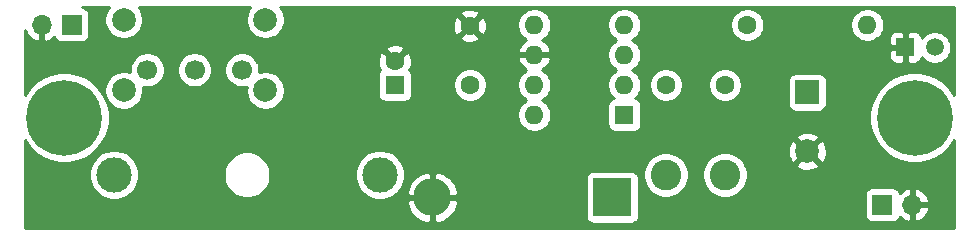
<source format=gbl>
G04 #@! TF.GenerationSoftware,KiCad,Pcbnew,(5.1.5)-2*
G04 #@! TF.CreationDate,2020-02-20T00:29:19+01:00*
G04 #@! TF.ProjectId,DC,44432e6b-6963-4616-945f-706362585858,V1.0*
G04 #@! TF.SameCoordinates,PXe4e1c0PY2160ec0*
G04 #@! TF.FileFunction,Copper,L2,Bot*
G04 #@! TF.FilePolarity,Positive*
%FSLAX46Y46*%
G04 Gerber Fmt 4.6, Leading zero omitted, Abs format (unit mm)*
G04 Created by KiCad (PCBNEW (5.1.5)-2) date 2020-02-20 00:29:19*
%MOMM*%
%LPD*%
G04 APERTURE LIST*
%ADD10C,6.400000*%
%ADD11C,1.500000*%
%ADD12R,1.500000X1.500000*%
%ADD13O,1.600000X1.600000*%
%ADD14R,1.600000X1.600000*%
%ADD15C,1.700000*%
%ADD16C,2.000000*%
%ADD17C,1.600000*%
%ADD18C,2.600000*%
%ADD19O,1.700000X1.700000*%
%ADD20R,1.700000X1.700000*%
%ADD21C,3.000000*%
%ADD22O,3.200000X3.200000*%
%ADD23R,3.200000X3.200000*%
%ADD24R,2.000000X2.000000*%
%ADD25C,0.254000*%
G04 APERTURE END LIST*
D10*
X76000000Y10000000D03*
X4000000Y10000000D03*
D11*
X77710000Y15950000D03*
D12*
X75210000Y15950000D03*
D13*
X43801000Y10235000D03*
X51421000Y17855000D03*
X43801000Y12775000D03*
X51421000Y15315000D03*
X43801000Y15315000D03*
X51421000Y12775000D03*
X43801000Y17855000D03*
D14*
X51421000Y10235000D03*
D15*
X11035000Y14045000D03*
X15035000Y14045000D03*
X19035000Y14045000D03*
D16*
X21035000Y18295000D03*
X9035000Y18295000D03*
X9035000Y12295000D03*
X21035000Y12295000D03*
D13*
X71995000Y17855000D03*
D17*
X61835000Y17855000D03*
D18*
X59930000Y5155000D03*
X54930000Y5155000D03*
D19*
X75805000Y2615000D03*
D20*
X73265000Y2615000D03*
D19*
X2081500Y17855000D03*
D20*
X4621500Y17855000D03*
D21*
X8220000Y5155000D03*
X30720000Y5155000D03*
D22*
X35165000Y3250000D03*
D23*
X50405000Y3250000D03*
D16*
X66915000Y7140000D03*
D24*
X66915000Y12140000D03*
D17*
X54930000Y12775000D03*
X59930000Y12775000D03*
X38340000Y17775000D03*
X38340000Y12775000D03*
X31990000Y14775000D03*
D14*
X31990000Y12775000D03*
D25*
G36*
X7765013Y19337252D02*
G01*
X7586082Y19069463D01*
X7462832Y18771912D01*
X7400000Y18456033D01*
X7400000Y18133967D01*
X7462832Y17818088D01*
X7586082Y17520537D01*
X7765013Y17252748D01*
X7992748Y17025013D01*
X8260537Y16846082D01*
X8558088Y16722832D01*
X8873967Y16660000D01*
X9196033Y16660000D01*
X9511912Y16722832D01*
X9809463Y16846082D01*
X10077252Y17025013D01*
X10304987Y17252748D01*
X10483918Y17520537D01*
X10607168Y17818088D01*
X10670000Y18133967D01*
X10670000Y18456033D01*
X10607168Y18771912D01*
X10483918Y19069463D01*
X10304987Y19337252D01*
X10302239Y19340000D01*
X19767761Y19340000D01*
X19765013Y19337252D01*
X19586082Y19069463D01*
X19462832Y18771912D01*
X19400000Y18456033D01*
X19400000Y18133967D01*
X19462832Y17818088D01*
X19586082Y17520537D01*
X19765013Y17252748D01*
X19992748Y17025013D01*
X20260537Y16846082D01*
X20558088Y16722832D01*
X20873967Y16660000D01*
X21196033Y16660000D01*
X21511912Y16722832D01*
X21655475Y16782298D01*
X37526903Y16782298D01*
X37598486Y16538329D01*
X37853996Y16417429D01*
X38128184Y16348700D01*
X38410512Y16334783D01*
X38690130Y16376213D01*
X38956292Y16471397D01*
X39081514Y16538329D01*
X39153097Y16782298D01*
X38340000Y17595395D01*
X37526903Y16782298D01*
X21655475Y16782298D01*
X21809463Y16846082D01*
X22077252Y17025013D01*
X22304987Y17252748D01*
X22483918Y17520537D01*
X22560113Y17704488D01*
X36899783Y17704488D01*
X36941213Y17424870D01*
X37036397Y17158708D01*
X37103329Y17033486D01*
X37347298Y16961903D01*
X38160395Y17775000D01*
X38519605Y17775000D01*
X39332702Y16961903D01*
X39576671Y17033486D01*
X39697571Y17288996D01*
X39766300Y17563184D01*
X39780217Y17845512D01*
X39757871Y17996335D01*
X42366000Y17996335D01*
X42366000Y17713665D01*
X42421147Y17436426D01*
X42529320Y17175273D01*
X42686363Y16940241D01*
X42886241Y16740363D01*
X43121273Y16583320D01*
X43131865Y16578933D01*
X42945869Y16467385D01*
X42737481Y16278414D01*
X42569963Y16052420D01*
X42449754Y15798087D01*
X42409096Y15664039D01*
X42531085Y15442000D01*
X43674000Y15442000D01*
X43674000Y15462000D01*
X43928000Y15462000D01*
X43928000Y15442000D01*
X45070915Y15442000D01*
X45192904Y15664039D01*
X45152246Y15798087D01*
X45032037Y16052420D01*
X44864519Y16278414D01*
X44656131Y16467385D01*
X44470135Y16578933D01*
X44480727Y16583320D01*
X44715759Y16740363D01*
X44915637Y16940241D01*
X45072680Y17175273D01*
X45180853Y17436426D01*
X45236000Y17713665D01*
X45236000Y17996335D01*
X45180853Y18273574D01*
X45072680Y18534727D01*
X44915637Y18769759D01*
X44715759Y18969637D01*
X44480727Y19126680D01*
X44219574Y19234853D01*
X43942335Y19290000D01*
X43659665Y19290000D01*
X43382426Y19234853D01*
X43121273Y19126680D01*
X42886241Y18969637D01*
X42686363Y18769759D01*
X42529320Y18534727D01*
X42421147Y18273574D01*
X42366000Y17996335D01*
X39757871Y17996335D01*
X39738787Y18125130D01*
X39643603Y18391292D01*
X39576671Y18516514D01*
X39332702Y18588097D01*
X38519605Y17775000D01*
X38160395Y17775000D01*
X37347298Y18588097D01*
X37103329Y18516514D01*
X36982429Y18261004D01*
X36913700Y17986816D01*
X36899783Y17704488D01*
X22560113Y17704488D01*
X22607168Y17818088D01*
X22670000Y18133967D01*
X22670000Y18456033D01*
X22608006Y18767702D01*
X37526903Y18767702D01*
X38340000Y17954605D01*
X39153097Y18767702D01*
X39081514Y19011671D01*
X38826004Y19132571D01*
X38551816Y19201300D01*
X38269488Y19215217D01*
X37989870Y19173787D01*
X37723708Y19078603D01*
X37598486Y19011671D01*
X37526903Y18767702D01*
X22608006Y18767702D01*
X22607168Y18771912D01*
X22483918Y19069463D01*
X22304987Y19337252D01*
X22302239Y19340000D01*
X79340000Y19340000D01*
X79340000Y11904154D01*
X78978839Y12444670D01*
X78444670Y12978839D01*
X77816554Y13398533D01*
X77118628Y13687623D01*
X76377715Y13835000D01*
X75622285Y13835000D01*
X74881372Y13687623D01*
X74183446Y13398533D01*
X73555330Y12978839D01*
X73021161Y12444670D01*
X72601467Y11816554D01*
X72312377Y11118628D01*
X72165000Y10377715D01*
X72165000Y9622285D01*
X72312377Y8881372D01*
X72601467Y8183446D01*
X73021161Y7555330D01*
X73555330Y7021161D01*
X74183446Y6601467D01*
X74881372Y6312377D01*
X75622285Y6165000D01*
X76377715Y6165000D01*
X77118628Y6312377D01*
X77816554Y6601467D01*
X78444670Y7021161D01*
X78978839Y7555330D01*
X79340001Y8095846D01*
X79340001Y660000D01*
X660000Y660000D01*
X660000Y2775497D01*
X32980950Y2775497D01*
X33085407Y2431139D01*
X33285118Y2041165D01*
X33557071Y1697646D01*
X33890816Y1413783D01*
X34273527Y1200484D01*
X34690497Y1065947D01*
X35038000Y1177358D01*
X35038000Y3123000D01*
X35292000Y3123000D01*
X35292000Y1177358D01*
X35639503Y1065947D01*
X36056473Y1200484D01*
X36439184Y1413783D01*
X36772929Y1697646D01*
X37044882Y2041165D01*
X37244593Y2431139D01*
X37349050Y2775497D01*
X37237362Y3123000D01*
X35292000Y3123000D01*
X35038000Y3123000D01*
X33092638Y3123000D01*
X32980950Y2775497D01*
X660000Y2775497D01*
X660000Y5365279D01*
X6085000Y5365279D01*
X6085000Y4944721D01*
X6167047Y4532244D01*
X6327988Y4143698D01*
X6561637Y3794017D01*
X6859017Y3496637D01*
X7208698Y3262988D01*
X7597244Y3102047D01*
X8009721Y3020000D01*
X8430279Y3020000D01*
X8842756Y3102047D01*
X9231302Y3262988D01*
X9580983Y3496637D01*
X9878363Y3794017D01*
X10112012Y4143698D01*
X10272953Y4532244D01*
X10355000Y4944721D01*
X10355000Y5350505D01*
X17485000Y5350505D01*
X17485000Y4959495D01*
X17561282Y4575997D01*
X17710915Y4214750D01*
X17928149Y3889636D01*
X18204636Y3613149D01*
X18529750Y3395915D01*
X18890997Y3246282D01*
X19274495Y3170000D01*
X19665505Y3170000D01*
X20049003Y3246282D01*
X20410250Y3395915D01*
X20735364Y3613149D01*
X21011851Y3889636D01*
X21229085Y4214750D01*
X21378718Y4575997D01*
X21455000Y4959495D01*
X21455000Y5350505D01*
X21452062Y5365279D01*
X28585000Y5365279D01*
X28585000Y4944721D01*
X28667047Y4532244D01*
X28827988Y4143698D01*
X29061637Y3794017D01*
X29359017Y3496637D01*
X29708698Y3262988D01*
X30097244Y3102047D01*
X30509721Y3020000D01*
X30930279Y3020000D01*
X31342756Y3102047D01*
X31731302Y3262988D01*
X32080983Y3496637D01*
X32308849Y3724503D01*
X32980950Y3724503D01*
X33092638Y3377000D01*
X35038000Y3377000D01*
X35038000Y5322642D01*
X35292000Y5322642D01*
X35292000Y3377000D01*
X37237362Y3377000D01*
X37349050Y3724503D01*
X37244593Y4068861D01*
X37044882Y4458835D01*
X36772929Y4802354D01*
X36716911Y4850000D01*
X48166928Y4850000D01*
X48166928Y1650000D01*
X48179188Y1525518D01*
X48215498Y1405820D01*
X48274463Y1295506D01*
X48353815Y1198815D01*
X48450506Y1119463D01*
X48560820Y1060498D01*
X48680518Y1024188D01*
X48805000Y1011928D01*
X52005000Y1011928D01*
X52129482Y1024188D01*
X52249180Y1060498D01*
X52359494Y1119463D01*
X52456185Y1198815D01*
X52535537Y1295506D01*
X52594502Y1405820D01*
X52630812Y1525518D01*
X52643072Y1650000D01*
X52643072Y4850000D01*
X52630812Y4974482D01*
X52594502Y5094180D01*
X52535537Y5204494D01*
X52456185Y5301185D01*
X52402089Y5345581D01*
X52995000Y5345581D01*
X52995000Y4964419D01*
X53069361Y4590581D01*
X53215225Y4238434D01*
X53426987Y3921509D01*
X53696509Y3651987D01*
X54013434Y3440225D01*
X54365581Y3294361D01*
X54739419Y3220000D01*
X55120581Y3220000D01*
X55494419Y3294361D01*
X55846566Y3440225D01*
X56163491Y3651987D01*
X56433013Y3921509D01*
X56644775Y4238434D01*
X56790639Y4590581D01*
X56865000Y4964419D01*
X56865000Y5345581D01*
X57995000Y5345581D01*
X57995000Y4964419D01*
X58069361Y4590581D01*
X58215225Y4238434D01*
X58426987Y3921509D01*
X58696509Y3651987D01*
X59013434Y3440225D01*
X59365581Y3294361D01*
X59739419Y3220000D01*
X60120581Y3220000D01*
X60494419Y3294361D01*
X60846566Y3440225D01*
X60883644Y3465000D01*
X71776928Y3465000D01*
X71776928Y1765000D01*
X71789188Y1640518D01*
X71825498Y1520820D01*
X71884463Y1410506D01*
X71963815Y1313815D01*
X72060506Y1234463D01*
X72170820Y1175498D01*
X72290518Y1139188D01*
X72415000Y1126928D01*
X74115000Y1126928D01*
X74239482Y1139188D01*
X74359180Y1175498D01*
X74469494Y1234463D01*
X74566185Y1313815D01*
X74645537Y1410506D01*
X74704502Y1520820D01*
X74728966Y1601466D01*
X74804731Y1517412D01*
X75038080Y1343359D01*
X75300901Y1218175D01*
X75448110Y1173524D01*
X75678000Y1294845D01*
X75678000Y2488000D01*
X75932000Y2488000D01*
X75932000Y1294845D01*
X76161890Y1173524D01*
X76309099Y1218175D01*
X76571920Y1343359D01*
X76805269Y1517412D01*
X77000178Y1733645D01*
X77149157Y1983748D01*
X77246481Y2258109D01*
X77125814Y2488000D01*
X75932000Y2488000D01*
X75678000Y2488000D01*
X75658000Y2488000D01*
X75658000Y2742000D01*
X75678000Y2742000D01*
X75678000Y3935155D01*
X75932000Y3935155D01*
X75932000Y2742000D01*
X77125814Y2742000D01*
X77246481Y2971891D01*
X77149157Y3246252D01*
X77000178Y3496355D01*
X76805269Y3712588D01*
X76571920Y3886641D01*
X76309099Y4011825D01*
X76161890Y4056476D01*
X75932000Y3935155D01*
X75678000Y3935155D01*
X75448110Y4056476D01*
X75300901Y4011825D01*
X75038080Y3886641D01*
X74804731Y3712588D01*
X74728966Y3628534D01*
X74704502Y3709180D01*
X74645537Y3819494D01*
X74566185Y3916185D01*
X74469494Y3995537D01*
X74359180Y4054502D01*
X74239482Y4090812D01*
X74115000Y4103072D01*
X72415000Y4103072D01*
X72290518Y4090812D01*
X72170820Y4054502D01*
X72060506Y3995537D01*
X71963815Y3916185D01*
X71884463Y3819494D01*
X71825498Y3709180D01*
X71789188Y3589482D01*
X71776928Y3465000D01*
X60883644Y3465000D01*
X61163491Y3651987D01*
X61433013Y3921509D01*
X61644775Y4238434D01*
X61790639Y4590581D01*
X61865000Y4964419D01*
X61865000Y5345581D01*
X61790639Y5719419D01*
X61672519Y6004587D01*
X65959192Y6004587D01*
X66054956Y5740186D01*
X66344571Y5599296D01*
X66656108Y5517616D01*
X66977595Y5498282D01*
X67296675Y5542039D01*
X67601088Y5647205D01*
X67775044Y5740186D01*
X67870808Y6004587D01*
X66915000Y6960395D01*
X65959192Y6004587D01*
X61672519Y6004587D01*
X61644775Y6071566D01*
X61433013Y6388491D01*
X61163491Y6658013D01*
X60846566Y6869775D01*
X60494419Y7015639D01*
X60183901Y7077405D01*
X65273282Y7077405D01*
X65317039Y6758325D01*
X65422205Y6453912D01*
X65515186Y6279956D01*
X65779587Y6184192D01*
X66735395Y7140000D01*
X67094605Y7140000D01*
X68050413Y6184192D01*
X68314814Y6279956D01*
X68455704Y6569571D01*
X68537384Y6881108D01*
X68556718Y7202595D01*
X68512961Y7521675D01*
X68407795Y7826088D01*
X68314814Y8000044D01*
X68050413Y8095808D01*
X67094605Y7140000D01*
X66735395Y7140000D01*
X65779587Y8095808D01*
X65515186Y8000044D01*
X65374296Y7710429D01*
X65292616Y7398892D01*
X65273282Y7077405D01*
X60183901Y7077405D01*
X60120581Y7090000D01*
X59739419Y7090000D01*
X59365581Y7015639D01*
X59013434Y6869775D01*
X58696509Y6658013D01*
X58426987Y6388491D01*
X58215225Y6071566D01*
X58069361Y5719419D01*
X57995000Y5345581D01*
X56865000Y5345581D01*
X56790639Y5719419D01*
X56644775Y6071566D01*
X56433013Y6388491D01*
X56163491Y6658013D01*
X55846566Y6869775D01*
X55494419Y7015639D01*
X55120581Y7090000D01*
X54739419Y7090000D01*
X54365581Y7015639D01*
X54013434Y6869775D01*
X53696509Y6658013D01*
X53426987Y6388491D01*
X53215225Y6071566D01*
X53069361Y5719419D01*
X52995000Y5345581D01*
X52402089Y5345581D01*
X52359494Y5380537D01*
X52249180Y5439502D01*
X52129482Y5475812D01*
X52005000Y5488072D01*
X48805000Y5488072D01*
X48680518Y5475812D01*
X48560820Y5439502D01*
X48450506Y5380537D01*
X48353815Y5301185D01*
X48274463Y5204494D01*
X48215498Y5094180D01*
X48179188Y4974482D01*
X48166928Y4850000D01*
X36716911Y4850000D01*
X36439184Y5086217D01*
X36056473Y5299516D01*
X35639503Y5434053D01*
X35292000Y5322642D01*
X35038000Y5322642D01*
X34690497Y5434053D01*
X34273527Y5299516D01*
X33890816Y5086217D01*
X33557071Y4802354D01*
X33285118Y4458835D01*
X33085407Y4068861D01*
X32980950Y3724503D01*
X32308849Y3724503D01*
X32378363Y3794017D01*
X32612012Y4143698D01*
X32772953Y4532244D01*
X32855000Y4944721D01*
X32855000Y5365279D01*
X32772953Y5777756D01*
X32612012Y6166302D01*
X32378363Y6515983D01*
X32080983Y6813363D01*
X31731302Y7047012D01*
X31342756Y7207953D01*
X30930279Y7290000D01*
X30509721Y7290000D01*
X30097244Y7207953D01*
X29708698Y7047012D01*
X29359017Y6813363D01*
X29061637Y6515983D01*
X28827988Y6166302D01*
X28667047Y5777756D01*
X28585000Y5365279D01*
X21452062Y5365279D01*
X21378718Y5734003D01*
X21229085Y6095250D01*
X21011851Y6420364D01*
X20735364Y6696851D01*
X20410250Y6914085D01*
X20049003Y7063718D01*
X19665505Y7140000D01*
X19274495Y7140000D01*
X18890997Y7063718D01*
X18529750Y6914085D01*
X18204636Y6696851D01*
X17928149Y6420364D01*
X17710915Y6095250D01*
X17561282Y5734003D01*
X17485000Y5350505D01*
X10355000Y5350505D01*
X10355000Y5365279D01*
X10272953Y5777756D01*
X10112012Y6166302D01*
X9878363Y6515983D01*
X9580983Y6813363D01*
X9231302Y7047012D01*
X8842756Y7207953D01*
X8430279Y7290000D01*
X8009721Y7290000D01*
X7597244Y7207953D01*
X7208698Y7047012D01*
X6859017Y6813363D01*
X6561637Y6515983D01*
X6327988Y6166302D01*
X6167047Y5777756D01*
X6085000Y5365279D01*
X660000Y5365279D01*
X660000Y8095845D01*
X1021161Y7555330D01*
X1555330Y7021161D01*
X2183446Y6601467D01*
X2881372Y6312377D01*
X3622285Y6165000D01*
X4377715Y6165000D01*
X5118628Y6312377D01*
X5816554Y6601467D01*
X6444670Y7021161D01*
X6978839Y7555330D01*
X7398533Y8183446D01*
X7436626Y8275413D01*
X65959192Y8275413D01*
X66915000Y7319605D01*
X67870808Y8275413D01*
X67775044Y8539814D01*
X67485429Y8680704D01*
X67173892Y8762384D01*
X66852405Y8781718D01*
X66533325Y8737961D01*
X66228912Y8632795D01*
X66054956Y8539814D01*
X65959192Y8275413D01*
X7436626Y8275413D01*
X7687623Y8881372D01*
X7835000Y9622285D01*
X7835000Y10377715D01*
X7687623Y11118628D01*
X7398533Y11816554D01*
X6978839Y12444670D01*
X6967476Y12456033D01*
X7400000Y12456033D01*
X7400000Y12133967D01*
X7462832Y11818088D01*
X7586082Y11520537D01*
X7765013Y11252748D01*
X7992748Y11025013D01*
X8260537Y10846082D01*
X8558088Y10722832D01*
X8873967Y10660000D01*
X9196033Y10660000D01*
X9511912Y10722832D01*
X9809463Y10846082D01*
X10077252Y11025013D01*
X10304987Y11252748D01*
X10483918Y11520537D01*
X10607168Y11818088D01*
X10670000Y12133967D01*
X10670000Y12456033D01*
X10639457Y12609586D01*
X10888740Y12560000D01*
X11181260Y12560000D01*
X11468158Y12617068D01*
X11738411Y12729010D01*
X11981632Y12891525D01*
X12188475Y13098368D01*
X12350990Y13341589D01*
X12462932Y13611842D01*
X12520000Y13898740D01*
X12520000Y14191260D01*
X13550000Y14191260D01*
X13550000Y13898740D01*
X13607068Y13611842D01*
X13719010Y13341589D01*
X13881525Y13098368D01*
X14088368Y12891525D01*
X14331589Y12729010D01*
X14601842Y12617068D01*
X14888740Y12560000D01*
X15181260Y12560000D01*
X15468158Y12617068D01*
X15738411Y12729010D01*
X15981632Y12891525D01*
X16188475Y13098368D01*
X16350990Y13341589D01*
X16462932Y13611842D01*
X16520000Y13898740D01*
X16520000Y14191260D01*
X17550000Y14191260D01*
X17550000Y13898740D01*
X17607068Y13611842D01*
X17719010Y13341589D01*
X17881525Y13098368D01*
X18088368Y12891525D01*
X18331589Y12729010D01*
X18601842Y12617068D01*
X18888740Y12560000D01*
X19181260Y12560000D01*
X19430543Y12609586D01*
X19400000Y12456033D01*
X19400000Y12133967D01*
X19462832Y11818088D01*
X19586082Y11520537D01*
X19765013Y11252748D01*
X19992748Y11025013D01*
X20260537Y10846082D01*
X20558088Y10722832D01*
X20873967Y10660000D01*
X21196033Y10660000D01*
X21511912Y10722832D01*
X21809463Y10846082D01*
X22077252Y11025013D01*
X22304987Y11252748D01*
X22483918Y11520537D01*
X22607168Y11818088D01*
X22670000Y12133967D01*
X22670000Y12456033D01*
X22607168Y12771912D01*
X22483918Y13069463D01*
X22304987Y13337252D01*
X22077252Y13564987D01*
X21809463Y13743918D01*
X21511912Y13867168D01*
X21196033Y13930000D01*
X20873967Y13930000D01*
X20558088Y13867168D01*
X20509736Y13847140D01*
X20520000Y13898740D01*
X20520000Y14191260D01*
X20462932Y14478158D01*
X20369184Y14704488D01*
X30549783Y14704488D01*
X30591213Y14424870D01*
X30686397Y14158708D01*
X30751616Y14036691D01*
X30738815Y14026185D01*
X30659463Y13929494D01*
X30600498Y13819180D01*
X30564188Y13699482D01*
X30551928Y13575000D01*
X30551928Y11975000D01*
X30564188Y11850518D01*
X30600498Y11730820D01*
X30659463Y11620506D01*
X30738815Y11523815D01*
X30835506Y11444463D01*
X30945820Y11385498D01*
X31065518Y11349188D01*
X31190000Y11336928D01*
X32790000Y11336928D01*
X32914482Y11349188D01*
X33034180Y11385498D01*
X33144494Y11444463D01*
X33241185Y11523815D01*
X33320537Y11620506D01*
X33379502Y11730820D01*
X33415812Y11850518D01*
X33428072Y11975000D01*
X33428072Y12916335D01*
X36905000Y12916335D01*
X36905000Y12633665D01*
X36960147Y12356426D01*
X37068320Y12095273D01*
X37225363Y11860241D01*
X37425241Y11660363D01*
X37660273Y11503320D01*
X37921426Y11395147D01*
X38198665Y11340000D01*
X38481335Y11340000D01*
X38758574Y11395147D01*
X39019727Y11503320D01*
X39254759Y11660363D01*
X39454637Y11860241D01*
X39611680Y12095273D01*
X39719853Y12356426D01*
X39775000Y12633665D01*
X39775000Y12916335D01*
X42366000Y12916335D01*
X42366000Y12633665D01*
X42421147Y12356426D01*
X42529320Y12095273D01*
X42686363Y11860241D01*
X42886241Y11660363D01*
X43118759Y11505000D01*
X42886241Y11349637D01*
X42686363Y11149759D01*
X42529320Y10914727D01*
X42421147Y10653574D01*
X42366000Y10376335D01*
X42366000Y10093665D01*
X42421147Y9816426D01*
X42529320Y9555273D01*
X42686363Y9320241D01*
X42886241Y9120363D01*
X43121273Y8963320D01*
X43382426Y8855147D01*
X43659665Y8800000D01*
X43942335Y8800000D01*
X44219574Y8855147D01*
X44480727Y8963320D01*
X44715759Y9120363D01*
X44915637Y9320241D01*
X45072680Y9555273D01*
X45180853Y9816426D01*
X45236000Y10093665D01*
X45236000Y10376335D01*
X45180853Y10653574D01*
X45072680Y10914727D01*
X44992317Y11035000D01*
X49982928Y11035000D01*
X49982928Y9435000D01*
X49995188Y9310518D01*
X50031498Y9190820D01*
X50090463Y9080506D01*
X50169815Y8983815D01*
X50266506Y8904463D01*
X50376820Y8845498D01*
X50496518Y8809188D01*
X50621000Y8796928D01*
X52221000Y8796928D01*
X52345482Y8809188D01*
X52465180Y8845498D01*
X52575494Y8904463D01*
X52672185Y8983815D01*
X52751537Y9080506D01*
X52810502Y9190820D01*
X52846812Y9310518D01*
X52859072Y9435000D01*
X52859072Y11035000D01*
X52846812Y11159482D01*
X52810502Y11279180D01*
X52751537Y11389494D01*
X52672185Y11486185D01*
X52575494Y11565537D01*
X52465180Y11624502D01*
X52345482Y11660812D01*
X52337039Y11661643D01*
X52535637Y11860241D01*
X52692680Y12095273D01*
X52800853Y12356426D01*
X52856000Y12633665D01*
X52856000Y12916335D01*
X53495000Y12916335D01*
X53495000Y12633665D01*
X53550147Y12356426D01*
X53658320Y12095273D01*
X53815363Y11860241D01*
X54015241Y11660363D01*
X54250273Y11503320D01*
X54511426Y11395147D01*
X54788665Y11340000D01*
X55071335Y11340000D01*
X55348574Y11395147D01*
X55609727Y11503320D01*
X55844759Y11660363D01*
X56044637Y11860241D01*
X56201680Y12095273D01*
X56309853Y12356426D01*
X56365000Y12633665D01*
X56365000Y12916335D01*
X58495000Y12916335D01*
X58495000Y12633665D01*
X58550147Y12356426D01*
X58658320Y12095273D01*
X58815363Y11860241D01*
X59015241Y11660363D01*
X59250273Y11503320D01*
X59511426Y11395147D01*
X59788665Y11340000D01*
X60071335Y11340000D01*
X60348574Y11395147D01*
X60609727Y11503320D01*
X60844759Y11660363D01*
X61044637Y11860241D01*
X61201680Y12095273D01*
X61309853Y12356426D01*
X61365000Y12633665D01*
X61365000Y12916335D01*
X61320510Y13140000D01*
X65276928Y13140000D01*
X65276928Y11140000D01*
X65289188Y11015518D01*
X65325498Y10895820D01*
X65384463Y10785506D01*
X65463815Y10688815D01*
X65560506Y10609463D01*
X65670820Y10550498D01*
X65790518Y10514188D01*
X65915000Y10501928D01*
X67915000Y10501928D01*
X68039482Y10514188D01*
X68159180Y10550498D01*
X68269494Y10609463D01*
X68366185Y10688815D01*
X68445537Y10785506D01*
X68504502Y10895820D01*
X68540812Y11015518D01*
X68553072Y11140000D01*
X68553072Y13140000D01*
X68540812Y13264482D01*
X68504502Y13384180D01*
X68445537Y13494494D01*
X68366185Y13591185D01*
X68269494Y13670537D01*
X68159180Y13729502D01*
X68039482Y13765812D01*
X67915000Y13778072D01*
X65915000Y13778072D01*
X65790518Y13765812D01*
X65670820Y13729502D01*
X65560506Y13670537D01*
X65463815Y13591185D01*
X65384463Y13494494D01*
X65325498Y13384180D01*
X65289188Y13264482D01*
X65276928Y13140000D01*
X61320510Y13140000D01*
X61309853Y13193574D01*
X61201680Y13454727D01*
X61044637Y13689759D01*
X60844759Y13889637D01*
X60609727Y14046680D01*
X60348574Y14154853D01*
X60071335Y14210000D01*
X59788665Y14210000D01*
X59511426Y14154853D01*
X59250273Y14046680D01*
X59015241Y13889637D01*
X58815363Y13689759D01*
X58658320Y13454727D01*
X58550147Y13193574D01*
X58495000Y12916335D01*
X56365000Y12916335D01*
X56309853Y13193574D01*
X56201680Y13454727D01*
X56044637Y13689759D01*
X55844759Y13889637D01*
X55609727Y14046680D01*
X55348574Y14154853D01*
X55071335Y14210000D01*
X54788665Y14210000D01*
X54511426Y14154853D01*
X54250273Y14046680D01*
X54015241Y13889637D01*
X53815363Y13689759D01*
X53658320Y13454727D01*
X53550147Y13193574D01*
X53495000Y12916335D01*
X52856000Y12916335D01*
X52800853Y13193574D01*
X52692680Y13454727D01*
X52535637Y13689759D01*
X52335759Y13889637D01*
X52103241Y14045000D01*
X52335759Y14200363D01*
X52535637Y14400241D01*
X52692680Y14635273D01*
X52800853Y14896426D01*
X52856000Y15173665D01*
X52856000Y15200000D01*
X73821928Y15200000D01*
X73834188Y15075518D01*
X73870498Y14955820D01*
X73929463Y14845506D01*
X74008815Y14748815D01*
X74105506Y14669463D01*
X74215820Y14610498D01*
X74335518Y14574188D01*
X74460000Y14561928D01*
X74924250Y14565000D01*
X75083000Y14723750D01*
X75083000Y15823000D01*
X73983750Y15823000D01*
X73825000Y15664250D01*
X73821928Y15200000D01*
X52856000Y15200000D01*
X52856000Y15456335D01*
X52800853Y15733574D01*
X52692680Y15994727D01*
X52535637Y16229759D01*
X52335759Y16429637D01*
X52103241Y16585000D01*
X52335759Y16740363D01*
X52535637Y16940241D01*
X52692680Y17175273D01*
X52800853Y17436426D01*
X52856000Y17713665D01*
X52856000Y17996335D01*
X60400000Y17996335D01*
X60400000Y17713665D01*
X60455147Y17436426D01*
X60563320Y17175273D01*
X60720363Y16940241D01*
X60920241Y16740363D01*
X61155273Y16583320D01*
X61416426Y16475147D01*
X61693665Y16420000D01*
X61976335Y16420000D01*
X62253574Y16475147D01*
X62514727Y16583320D01*
X62749759Y16740363D01*
X62949637Y16940241D01*
X63106680Y17175273D01*
X63214853Y17436426D01*
X63270000Y17713665D01*
X63270000Y17996335D01*
X70560000Y17996335D01*
X70560000Y17713665D01*
X70615147Y17436426D01*
X70723320Y17175273D01*
X70880363Y16940241D01*
X71080241Y16740363D01*
X71315273Y16583320D01*
X71576426Y16475147D01*
X71853665Y16420000D01*
X72136335Y16420000D01*
X72413574Y16475147D01*
X72674727Y16583320D01*
X72849351Y16700000D01*
X73821928Y16700000D01*
X73825000Y16235750D01*
X73983750Y16077000D01*
X75083000Y16077000D01*
X75083000Y17176250D01*
X75337000Y17176250D01*
X75337000Y16077000D01*
X75357000Y16077000D01*
X75357000Y15823000D01*
X75337000Y15823000D01*
X75337000Y14723750D01*
X75495750Y14565000D01*
X75960000Y14561928D01*
X76084482Y14574188D01*
X76204180Y14610498D01*
X76314494Y14669463D01*
X76411185Y14748815D01*
X76490537Y14845506D01*
X76549502Y14955820D01*
X76585812Y15075518D01*
X76591307Y15131310D01*
X76634201Y15067114D01*
X76827114Y14874201D01*
X77053957Y14722629D01*
X77306011Y14618225D01*
X77573589Y14565000D01*
X77846411Y14565000D01*
X78113989Y14618225D01*
X78366043Y14722629D01*
X78592886Y14874201D01*
X78785799Y15067114D01*
X78937371Y15293957D01*
X79041775Y15546011D01*
X79095000Y15813589D01*
X79095000Y16086411D01*
X79041775Y16353989D01*
X78937371Y16606043D01*
X78785799Y16832886D01*
X78592886Y17025799D01*
X78366043Y17177371D01*
X78113989Y17281775D01*
X77846411Y17335000D01*
X77573589Y17335000D01*
X77306011Y17281775D01*
X77053957Y17177371D01*
X76827114Y17025799D01*
X76634201Y16832886D01*
X76591307Y16768690D01*
X76585812Y16824482D01*
X76549502Y16944180D01*
X76490537Y17054494D01*
X76411185Y17151185D01*
X76314494Y17230537D01*
X76204180Y17289502D01*
X76084482Y17325812D01*
X75960000Y17338072D01*
X75495750Y17335000D01*
X75337000Y17176250D01*
X75083000Y17176250D01*
X74924250Y17335000D01*
X74460000Y17338072D01*
X74335518Y17325812D01*
X74215820Y17289502D01*
X74105506Y17230537D01*
X74008815Y17151185D01*
X73929463Y17054494D01*
X73870498Y16944180D01*
X73834188Y16824482D01*
X73821928Y16700000D01*
X72849351Y16700000D01*
X72909759Y16740363D01*
X73109637Y16940241D01*
X73266680Y17175273D01*
X73374853Y17436426D01*
X73430000Y17713665D01*
X73430000Y17996335D01*
X73374853Y18273574D01*
X73266680Y18534727D01*
X73109637Y18769759D01*
X72909759Y18969637D01*
X72674727Y19126680D01*
X72413574Y19234853D01*
X72136335Y19290000D01*
X71853665Y19290000D01*
X71576426Y19234853D01*
X71315273Y19126680D01*
X71080241Y18969637D01*
X70880363Y18769759D01*
X70723320Y18534727D01*
X70615147Y18273574D01*
X70560000Y17996335D01*
X63270000Y17996335D01*
X63214853Y18273574D01*
X63106680Y18534727D01*
X62949637Y18769759D01*
X62749759Y18969637D01*
X62514727Y19126680D01*
X62253574Y19234853D01*
X61976335Y19290000D01*
X61693665Y19290000D01*
X61416426Y19234853D01*
X61155273Y19126680D01*
X60920241Y18969637D01*
X60720363Y18769759D01*
X60563320Y18534727D01*
X60455147Y18273574D01*
X60400000Y17996335D01*
X52856000Y17996335D01*
X52800853Y18273574D01*
X52692680Y18534727D01*
X52535637Y18769759D01*
X52335759Y18969637D01*
X52100727Y19126680D01*
X51839574Y19234853D01*
X51562335Y19290000D01*
X51279665Y19290000D01*
X51002426Y19234853D01*
X50741273Y19126680D01*
X50506241Y18969637D01*
X50306363Y18769759D01*
X50149320Y18534727D01*
X50041147Y18273574D01*
X49986000Y17996335D01*
X49986000Y17713665D01*
X50041147Y17436426D01*
X50149320Y17175273D01*
X50306363Y16940241D01*
X50506241Y16740363D01*
X50738759Y16585000D01*
X50506241Y16429637D01*
X50306363Y16229759D01*
X50149320Y15994727D01*
X50041147Y15733574D01*
X49986000Y15456335D01*
X49986000Y15173665D01*
X50041147Y14896426D01*
X50149320Y14635273D01*
X50306363Y14400241D01*
X50506241Y14200363D01*
X50738759Y14045000D01*
X50506241Y13889637D01*
X50306363Y13689759D01*
X50149320Y13454727D01*
X50041147Y13193574D01*
X49986000Y12916335D01*
X49986000Y12633665D01*
X50041147Y12356426D01*
X50149320Y12095273D01*
X50306363Y11860241D01*
X50504961Y11661643D01*
X50496518Y11660812D01*
X50376820Y11624502D01*
X50266506Y11565537D01*
X50169815Y11486185D01*
X50090463Y11389494D01*
X50031498Y11279180D01*
X49995188Y11159482D01*
X49982928Y11035000D01*
X44992317Y11035000D01*
X44915637Y11149759D01*
X44715759Y11349637D01*
X44483241Y11505000D01*
X44715759Y11660363D01*
X44915637Y11860241D01*
X45072680Y12095273D01*
X45180853Y12356426D01*
X45236000Y12633665D01*
X45236000Y12916335D01*
X45180853Y13193574D01*
X45072680Y13454727D01*
X44915637Y13689759D01*
X44715759Y13889637D01*
X44480727Y14046680D01*
X44470135Y14051067D01*
X44656131Y14162615D01*
X44864519Y14351586D01*
X45032037Y14577580D01*
X45152246Y14831913D01*
X45192904Y14965961D01*
X45070915Y15188000D01*
X43928000Y15188000D01*
X43928000Y15168000D01*
X43674000Y15168000D01*
X43674000Y15188000D01*
X42531085Y15188000D01*
X42409096Y14965961D01*
X42449754Y14831913D01*
X42569963Y14577580D01*
X42737481Y14351586D01*
X42945869Y14162615D01*
X43131865Y14051067D01*
X43121273Y14046680D01*
X42886241Y13889637D01*
X42686363Y13689759D01*
X42529320Y13454727D01*
X42421147Y13193574D01*
X42366000Y12916335D01*
X39775000Y12916335D01*
X39719853Y13193574D01*
X39611680Y13454727D01*
X39454637Y13689759D01*
X39254759Y13889637D01*
X39019727Y14046680D01*
X38758574Y14154853D01*
X38481335Y14210000D01*
X38198665Y14210000D01*
X37921426Y14154853D01*
X37660273Y14046680D01*
X37425241Y13889637D01*
X37225363Y13689759D01*
X37068320Y13454727D01*
X36960147Y13193574D01*
X36905000Y12916335D01*
X33428072Y12916335D01*
X33428072Y13575000D01*
X33415812Y13699482D01*
X33379502Y13819180D01*
X33320537Y13929494D01*
X33241185Y14026185D01*
X33228242Y14036807D01*
X33347571Y14288996D01*
X33416300Y14563184D01*
X33430217Y14845512D01*
X33388787Y15125130D01*
X33293603Y15391292D01*
X33226671Y15516514D01*
X32982702Y15588097D01*
X32169605Y14775000D01*
X32183748Y14760857D01*
X32004143Y14581252D01*
X31990000Y14595395D01*
X31975858Y14581252D01*
X31796253Y14760857D01*
X31810395Y14775000D01*
X30997298Y15588097D01*
X30753329Y15516514D01*
X30632429Y15261004D01*
X30563700Y14986816D01*
X30549783Y14704488D01*
X20369184Y14704488D01*
X20350990Y14748411D01*
X20188475Y14991632D01*
X19981632Y15198475D01*
X19738411Y15360990D01*
X19468158Y15472932D01*
X19181260Y15530000D01*
X18888740Y15530000D01*
X18601842Y15472932D01*
X18331589Y15360990D01*
X18088368Y15198475D01*
X17881525Y14991632D01*
X17719010Y14748411D01*
X17607068Y14478158D01*
X17550000Y14191260D01*
X16520000Y14191260D01*
X16462932Y14478158D01*
X16350990Y14748411D01*
X16188475Y14991632D01*
X15981632Y15198475D01*
X15738411Y15360990D01*
X15468158Y15472932D01*
X15181260Y15530000D01*
X14888740Y15530000D01*
X14601842Y15472932D01*
X14331589Y15360990D01*
X14088368Y15198475D01*
X13881525Y14991632D01*
X13719010Y14748411D01*
X13607068Y14478158D01*
X13550000Y14191260D01*
X12520000Y14191260D01*
X12462932Y14478158D01*
X12350990Y14748411D01*
X12188475Y14991632D01*
X11981632Y15198475D01*
X11738411Y15360990D01*
X11468158Y15472932D01*
X11181260Y15530000D01*
X10888740Y15530000D01*
X10601842Y15472932D01*
X10331589Y15360990D01*
X10088368Y15198475D01*
X9881525Y14991632D01*
X9719010Y14748411D01*
X9607068Y14478158D01*
X9550000Y14191260D01*
X9550000Y13898740D01*
X9560264Y13847140D01*
X9511912Y13867168D01*
X9196033Y13930000D01*
X8873967Y13930000D01*
X8558088Y13867168D01*
X8260537Y13743918D01*
X7992748Y13564987D01*
X7765013Y13337252D01*
X7586082Y13069463D01*
X7462832Y12771912D01*
X7400000Y12456033D01*
X6967476Y12456033D01*
X6444670Y12978839D01*
X5816554Y13398533D01*
X5118628Y13687623D01*
X4377715Y13835000D01*
X3622285Y13835000D01*
X2881372Y13687623D01*
X2183446Y13398533D01*
X1555330Y12978839D01*
X1021161Y12444670D01*
X660000Y11904155D01*
X660000Y15767702D01*
X31176903Y15767702D01*
X31990000Y14954605D01*
X32803097Y15767702D01*
X32731514Y16011671D01*
X32476004Y16132571D01*
X32201816Y16201300D01*
X31919488Y16215217D01*
X31639870Y16173787D01*
X31373708Y16078603D01*
X31248486Y16011671D01*
X31176903Y15767702D01*
X660000Y15767702D01*
X660000Y17441782D01*
X737343Y17223748D01*
X886322Y16973645D01*
X1081231Y16757412D01*
X1314580Y16583359D01*
X1577401Y16458175D01*
X1724610Y16413524D01*
X1954500Y16534845D01*
X1954500Y17728000D01*
X1934500Y17728000D01*
X1934500Y17982000D01*
X1954500Y17982000D01*
X1954500Y18002000D01*
X2208500Y18002000D01*
X2208500Y17982000D01*
X2228500Y17982000D01*
X2228500Y17728000D01*
X2208500Y17728000D01*
X2208500Y16534845D01*
X2438390Y16413524D01*
X2585599Y16458175D01*
X2848420Y16583359D01*
X3081769Y16757412D01*
X3157534Y16841466D01*
X3181998Y16760820D01*
X3240963Y16650506D01*
X3320315Y16553815D01*
X3417006Y16474463D01*
X3527320Y16415498D01*
X3647018Y16379188D01*
X3771500Y16366928D01*
X5471500Y16366928D01*
X5595982Y16379188D01*
X5715680Y16415498D01*
X5825994Y16474463D01*
X5922685Y16553815D01*
X6002037Y16650506D01*
X6061002Y16760820D01*
X6097312Y16880518D01*
X6109572Y17005000D01*
X6109572Y18705000D01*
X6097312Y18829482D01*
X6061002Y18949180D01*
X6002037Y19059494D01*
X5922685Y19156185D01*
X5825994Y19235537D01*
X5715680Y19294502D01*
X5595982Y19330812D01*
X5502692Y19340000D01*
X7767761Y19340000D01*
X7765013Y19337252D01*
G37*
X7765013Y19337252D02*
X7586082Y19069463D01*
X7462832Y18771912D01*
X7400000Y18456033D01*
X7400000Y18133967D01*
X7462832Y17818088D01*
X7586082Y17520537D01*
X7765013Y17252748D01*
X7992748Y17025013D01*
X8260537Y16846082D01*
X8558088Y16722832D01*
X8873967Y16660000D01*
X9196033Y16660000D01*
X9511912Y16722832D01*
X9809463Y16846082D01*
X10077252Y17025013D01*
X10304987Y17252748D01*
X10483918Y17520537D01*
X10607168Y17818088D01*
X10670000Y18133967D01*
X10670000Y18456033D01*
X10607168Y18771912D01*
X10483918Y19069463D01*
X10304987Y19337252D01*
X10302239Y19340000D01*
X19767761Y19340000D01*
X19765013Y19337252D01*
X19586082Y19069463D01*
X19462832Y18771912D01*
X19400000Y18456033D01*
X19400000Y18133967D01*
X19462832Y17818088D01*
X19586082Y17520537D01*
X19765013Y17252748D01*
X19992748Y17025013D01*
X20260537Y16846082D01*
X20558088Y16722832D01*
X20873967Y16660000D01*
X21196033Y16660000D01*
X21511912Y16722832D01*
X21655475Y16782298D01*
X37526903Y16782298D01*
X37598486Y16538329D01*
X37853996Y16417429D01*
X38128184Y16348700D01*
X38410512Y16334783D01*
X38690130Y16376213D01*
X38956292Y16471397D01*
X39081514Y16538329D01*
X39153097Y16782298D01*
X38340000Y17595395D01*
X37526903Y16782298D01*
X21655475Y16782298D01*
X21809463Y16846082D01*
X22077252Y17025013D01*
X22304987Y17252748D01*
X22483918Y17520537D01*
X22560113Y17704488D01*
X36899783Y17704488D01*
X36941213Y17424870D01*
X37036397Y17158708D01*
X37103329Y17033486D01*
X37347298Y16961903D01*
X38160395Y17775000D01*
X38519605Y17775000D01*
X39332702Y16961903D01*
X39576671Y17033486D01*
X39697571Y17288996D01*
X39766300Y17563184D01*
X39780217Y17845512D01*
X39757871Y17996335D01*
X42366000Y17996335D01*
X42366000Y17713665D01*
X42421147Y17436426D01*
X42529320Y17175273D01*
X42686363Y16940241D01*
X42886241Y16740363D01*
X43121273Y16583320D01*
X43131865Y16578933D01*
X42945869Y16467385D01*
X42737481Y16278414D01*
X42569963Y16052420D01*
X42449754Y15798087D01*
X42409096Y15664039D01*
X42531085Y15442000D01*
X43674000Y15442000D01*
X43674000Y15462000D01*
X43928000Y15462000D01*
X43928000Y15442000D01*
X45070915Y15442000D01*
X45192904Y15664039D01*
X45152246Y15798087D01*
X45032037Y16052420D01*
X44864519Y16278414D01*
X44656131Y16467385D01*
X44470135Y16578933D01*
X44480727Y16583320D01*
X44715759Y16740363D01*
X44915637Y16940241D01*
X45072680Y17175273D01*
X45180853Y17436426D01*
X45236000Y17713665D01*
X45236000Y17996335D01*
X45180853Y18273574D01*
X45072680Y18534727D01*
X44915637Y18769759D01*
X44715759Y18969637D01*
X44480727Y19126680D01*
X44219574Y19234853D01*
X43942335Y19290000D01*
X43659665Y19290000D01*
X43382426Y19234853D01*
X43121273Y19126680D01*
X42886241Y18969637D01*
X42686363Y18769759D01*
X42529320Y18534727D01*
X42421147Y18273574D01*
X42366000Y17996335D01*
X39757871Y17996335D01*
X39738787Y18125130D01*
X39643603Y18391292D01*
X39576671Y18516514D01*
X39332702Y18588097D01*
X38519605Y17775000D01*
X38160395Y17775000D01*
X37347298Y18588097D01*
X37103329Y18516514D01*
X36982429Y18261004D01*
X36913700Y17986816D01*
X36899783Y17704488D01*
X22560113Y17704488D01*
X22607168Y17818088D01*
X22670000Y18133967D01*
X22670000Y18456033D01*
X22608006Y18767702D01*
X37526903Y18767702D01*
X38340000Y17954605D01*
X39153097Y18767702D01*
X39081514Y19011671D01*
X38826004Y19132571D01*
X38551816Y19201300D01*
X38269488Y19215217D01*
X37989870Y19173787D01*
X37723708Y19078603D01*
X37598486Y19011671D01*
X37526903Y18767702D01*
X22608006Y18767702D01*
X22607168Y18771912D01*
X22483918Y19069463D01*
X22304987Y19337252D01*
X22302239Y19340000D01*
X79340000Y19340000D01*
X79340000Y11904154D01*
X78978839Y12444670D01*
X78444670Y12978839D01*
X77816554Y13398533D01*
X77118628Y13687623D01*
X76377715Y13835000D01*
X75622285Y13835000D01*
X74881372Y13687623D01*
X74183446Y13398533D01*
X73555330Y12978839D01*
X73021161Y12444670D01*
X72601467Y11816554D01*
X72312377Y11118628D01*
X72165000Y10377715D01*
X72165000Y9622285D01*
X72312377Y8881372D01*
X72601467Y8183446D01*
X73021161Y7555330D01*
X73555330Y7021161D01*
X74183446Y6601467D01*
X74881372Y6312377D01*
X75622285Y6165000D01*
X76377715Y6165000D01*
X77118628Y6312377D01*
X77816554Y6601467D01*
X78444670Y7021161D01*
X78978839Y7555330D01*
X79340001Y8095846D01*
X79340001Y660000D01*
X660000Y660000D01*
X660000Y2775497D01*
X32980950Y2775497D01*
X33085407Y2431139D01*
X33285118Y2041165D01*
X33557071Y1697646D01*
X33890816Y1413783D01*
X34273527Y1200484D01*
X34690497Y1065947D01*
X35038000Y1177358D01*
X35038000Y3123000D01*
X35292000Y3123000D01*
X35292000Y1177358D01*
X35639503Y1065947D01*
X36056473Y1200484D01*
X36439184Y1413783D01*
X36772929Y1697646D01*
X37044882Y2041165D01*
X37244593Y2431139D01*
X37349050Y2775497D01*
X37237362Y3123000D01*
X35292000Y3123000D01*
X35038000Y3123000D01*
X33092638Y3123000D01*
X32980950Y2775497D01*
X660000Y2775497D01*
X660000Y5365279D01*
X6085000Y5365279D01*
X6085000Y4944721D01*
X6167047Y4532244D01*
X6327988Y4143698D01*
X6561637Y3794017D01*
X6859017Y3496637D01*
X7208698Y3262988D01*
X7597244Y3102047D01*
X8009721Y3020000D01*
X8430279Y3020000D01*
X8842756Y3102047D01*
X9231302Y3262988D01*
X9580983Y3496637D01*
X9878363Y3794017D01*
X10112012Y4143698D01*
X10272953Y4532244D01*
X10355000Y4944721D01*
X10355000Y5350505D01*
X17485000Y5350505D01*
X17485000Y4959495D01*
X17561282Y4575997D01*
X17710915Y4214750D01*
X17928149Y3889636D01*
X18204636Y3613149D01*
X18529750Y3395915D01*
X18890997Y3246282D01*
X19274495Y3170000D01*
X19665505Y3170000D01*
X20049003Y3246282D01*
X20410250Y3395915D01*
X20735364Y3613149D01*
X21011851Y3889636D01*
X21229085Y4214750D01*
X21378718Y4575997D01*
X21455000Y4959495D01*
X21455000Y5350505D01*
X21452062Y5365279D01*
X28585000Y5365279D01*
X28585000Y4944721D01*
X28667047Y4532244D01*
X28827988Y4143698D01*
X29061637Y3794017D01*
X29359017Y3496637D01*
X29708698Y3262988D01*
X30097244Y3102047D01*
X30509721Y3020000D01*
X30930279Y3020000D01*
X31342756Y3102047D01*
X31731302Y3262988D01*
X32080983Y3496637D01*
X32308849Y3724503D01*
X32980950Y3724503D01*
X33092638Y3377000D01*
X35038000Y3377000D01*
X35038000Y5322642D01*
X35292000Y5322642D01*
X35292000Y3377000D01*
X37237362Y3377000D01*
X37349050Y3724503D01*
X37244593Y4068861D01*
X37044882Y4458835D01*
X36772929Y4802354D01*
X36716911Y4850000D01*
X48166928Y4850000D01*
X48166928Y1650000D01*
X48179188Y1525518D01*
X48215498Y1405820D01*
X48274463Y1295506D01*
X48353815Y1198815D01*
X48450506Y1119463D01*
X48560820Y1060498D01*
X48680518Y1024188D01*
X48805000Y1011928D01*
X52005000Y1011928D01*
X52129482Y1024188D01*
X52249180Y1060498D01*
X52359494Y1119463D01*
X52456185Y1198815D01*
X52535537Y1295506D01*
X52594502Y1405820D01*
X52630812Y1525518D01*
X52643072Y1650000D01*
X52643072Y4850000D01*
X52630812Y4974482D01*
X52594502Y5094180D01*
X52535537Y5204494D01*
X52456185Y5301185D01*
X52402089Y5345581D01*
X52995000Y5345581D01*
X52995000Y4964419D01*
X53069361Y4590581D01*
X53215225Y4238434D01*
X53426987Y3921509D01*
X53696509Y3651987D01*
X54013434Y3440225D01*
X54365581Y3294361D01*
X54739419Y3220000D01*
X55120581Y3220000D01*
X55494419Y3294361D01*
X55846566Y3440225D01*
X56163491Y3651987D01*
X56433013Y3921509D01*
X56644775Y4238434D01*
X56790639Y4590581D01*
X56865000Y4964419D01*
X56865000Y5345581D01*
X57995000Y5345581D01*
X57995000Y4964419D01*
X58069361Y4590581D01*
X58215225Y4238434D01*
X58426987Y3921509D01*
X58696509Y3651987D01*
X59013434Y3440225D01*
X59365581Y3294361D01*
X59739419Y3220000D01*
X60120581Y3220000D01*
X60494419Y3294361D01*
X60846566Y3440225D01*
X60883644Y3465000D01*
X71776928Y3465000D01*
X71776928Y1765000D01*
X71789188Y1640518D01*
X71825498Y1520820D01*
X71884463Y1410506D01*
X71963815Y1313815D01*
X72060506Y1234463D01*
X72170820Y1175498D01*
X72290518Y1139188D01*
X72415000Y1126928D01*
X74115000Y1126928D01*
X74239482Y1139188D01*
X74359180Y1175498D01*
X74469494Y1234463D01*
X74566185Y1313815D01*
X74645537Y1410506D01*
X74704502Y1520820D01*
X74728966Y1601466D01*
X74804731Y1517412D01*
X75038080Y1343359D01*
X75300901Y1218175D01*
X75448110Y1173524D01*
X75678000Y1294845D01*
X75678000Y2488000D01*
X75932000Y2488000D01*
X75932000Y1294845D01*
X76161890Y1173524D01*
X76309099Y1218175D01*
X76571920Y1343359D01*
X76805269Y1517412D01*
X77000178Y1733645D01*
X77149157Y1983748D01*
X77246481Y2258109D01*
X77125814Y2488000D01*
X75932000Y2488000D01*
X75678000Y2488000D01*
X75658000Y2488000D01*
X75658000Y2742000D01*
X75678000Y2742000D01*
X75678000Y3935155D01*
X75932000Y3935155D01*
X75932000Y2742000D01*
X77125814Y2742000D01*
X77246481Y2971891D01*
X77149157Y3246252D01*
X77000178Y3496355D01*
X76805269Y3712588D01*
X76571920Y3886641D01*
X76309099Y4011825D01*
X76161890Y4056476D01*
X75932000Y3935155D01*
X75678000Y3935155D01*
X75448110Y4056476D01*
X75300901Y4011825D01*
X75038080Y3886641D01*
X74804731Y3712588D01*
X74728966Y3628534D01*
X74704502Y3709180D01*
X74645537Y3819494D01*
X74566185Y3916185D01*
X74469494Y3995537D01*
X74359180Y4054502D01*
X74239482Y4090812D01*
X74115000Y4103072D01*
X72415000Y4103072D01*
X72290518Y4090812D01*
X72170820Y4054502D01*
X72060506Y3995537D01*
X71963815Y3916185D01*
X71884463Y3819494D01*
X71825498Y3709180D01*
X71789188Y3589482D01*
X71776928Y3465000D01*
X60883644Y3465000D01*
X61163491Y3651987D01*
X61433013Y3921509D01*
X61644775Y4238434D01*
X61790639Y4590581D01*
X61865000Y4964419D01*
X61865000Y5345581D01*
X61790639Y5719419D01*
X61672519Y6004587D01*
X65959192Y6004587D01*
X66054956Y5740186D01*
X66344571Y5599296D01*
X66656108Y5517616D01*
X66977595Y5498282D01*
X67296675Y5542039D01*
X67601088Y5647205D01*
X67775044Y5740186D01*
X67870808Y6004587D01*
X66915000Y6960395D01*
X65959192Y6004587D01*
X61672519Y6004587D01*
X61644775Y6071566D01*
X61433013Y6388491D01*
X61163491Y6658013D01*
X60846566Y6869775D01*
X60494419Y7015639D01*
X60183901Y7077405D01*
X65273282Y7077405D01*
X65317039Y6758325D01*
X65422205Y6453912D01*
X65515186Y6279956D01*
X65779587Y6184192D01*
X66735395Y7140000D01*
X67094605Y7140000D01*
X68050413Y6184192D01*
X68314814Y6279956D01*
X68455704Y6569571D01*
X68537384Y6881108D01*
X68556718Y7202595D01*
X68512961Y7521675D01*
X68407795Y7826088D01*
X68314814Y8000044D01*
X68050413Y8095808D01*
X67094605Y7140000D01*
X66735395Y7140000D01*
X65779587Y8095808D01*
X65515186Y8000044D01*
X65374296Y7710429D01*
X65292616Y7398892D01*
X65273282Y7077405D01*
X60183901Y7077405D01*
X60120581Y7090000D01*
X59739419Y7090000D01*
X59365581Y7015639D01*
X59013434Y6869775D01*
X58696509Y6658013D01*
X58426987Y6388491D01*
X58215225Y6071566D01*
X58069361Y5719419D01*
X57995000Y5345581D01*
X56865000Y5345581D01*
X56790639Y5719419D01*
X56644775Y6071566D01*
X56433013Y6388491D01*
X56163491Y6658013D01*
X55846566Y6869775D01*
X55494419Y7015639D01*
X55120581Y7090000D01*
X54739419Y7090000D01*
X54365581Y7015639D01*
X54013434Y6869775D01*
X53696509Y6658013D01*
X53426987Y6388491D01*
X53215225Y6071566D01*
X53069361Y5719419D01*
X52995000Y5345581D01*
X52402089Y5345581D01*
X52359494Y5380537D01*
X52249180Y5439502D01*
X52129482Y5475812D01*
X52005000Y5488072D01*
X48805000Y5488072D01*
X48680518Y5475812D01*
X48560820Y5439502D01*
X48450506Y5380537D01*
X48353815Y5301185D01*
X48274463Y5204494D01*
X48215498Y5094180D01*
X48179188Y4974482D01*
X48166928Y4850000D01*
X36716911Y4850000D01*
X36439184Y5086217D01*
X36056473Y5299516D01*
X35639503Y5434053D01*
X35292000Y5322642D01*
X35038000Y5322642D01*
X34690497Y5434053D01*
X34273527Y5299516D01*
X33890816Y5086217D01*
X33557071Y4802354D01*
X33285118Y4458835D01*
X33085407Y4068861D01*
X32980950Y3724503D01*
X32308849Y3724503D01*
X32378363Y3794017D01*
X32612012Y4143698D01*
X32772953Y4532244D01*
X32855000Y4944721D01*
X32855000Y5365279D01*
X32772953Y5777756D01*
X32612012Y6166302D01*
X32378363Y6515983D01*
X32080983Y6813363D01*
X31731302Y7047012D01*
X31342756Y7207953D01*
X30930279Y7290000D01*
X30509721Y7290000D01*
X30097244Y7207953D01*
X29708698Y7047012D01*
X29359017Y6813363D01*
X29061637Y6515983D01*
X28827988Y6166302D01*
X28667047Y5777756D01*
X28585000Y5365279D01*
X21452062Y5365279D01*
X21378718Y5734003D01*
X21229085Y6095250D01*
X21011851Y6420364D01*
X20735364Y6696851D01*
X20410250Y6914085D01*
X20049003Y7063718D01*
X19665505Y7140000D01*
X19274495Y7140000D01*
X18890997Y7063718D01*
X18529750Y6914085D01*
X18204636Y6696851D01*
X17928149Y6420364D01*
X17710915Y6095250D01*
X17561282Y5734003D01*
X17485000Y5350505D01*
X10355000Y5350505D01*
X10355000Y5365279D01*
X10272953Y5777756D01*
X10112012Y6166302D01*
X9878363Y6515983D01*
X9580983Y6813363D01*
X9231302Y7047012D01*
X8842756Y7207953D01*
X8430279Y7290000D01*
X8009721Y7290000D01*
X7597244Y7207953D01*
X7208698Y7047012D01*
X6859017Y6813363D01*
X6561637Y6515983D01*
X6327988Y6166302D01*
X6167047Y5777756D01*
X6085000Y5365279D01*
X660000Y5365279D01*
X660000Y8095845D01*
X1021161Y7555330D01*
X1555330Y7021161D01*
X2183446Y6601467D01*
X2881372Y6312377D01*
X3622285Y6165000D01*
X4377715Y6165000D01*
X5118628Y6312377D01*
X5816554Y6601467D01*
X6444670Y7021161D01*
X6978839Y7555330D01*
X7398533Y8183446D01*
X7436626Y8275413D01*
X65959192Y8275413D01*
X66915000Y7319605D01*
X67870808Y8275413D01*
X67775044Y8539814D01*
X67485429Y8680704D01*
X67173892Y8762384D01*
X66852405Y8781718D01*
X66533325Y8737961D01*
X66228912Y8632795D01*
X66054956Y8539814D01*
X65959192Y8275413D01*
X7436626Y8275413D01*
X7687623Y8881372D01*
X7835000Y9622285D01*
X7835000Y10377715D01*
X7687623Y11118628D01*
X7398533Y11816554D01*
X6978839Y12444670D01*
X6967476Y12456033D01*
X7400000Y12456033D01*
X7400000Y12133967D01*
X7462832Y11818088D01*
X7586082Y11520537D01*
X7765013Y11252748D01*
X7992748Y11025013D01*
X8260537Y10846082D01*
X8558088Y10722832D01*
X8873967Y10660000D01*
X9196033Y10660000D01*
X9511912Y10722832D01*
X9809463Y10846082D01*
X10077252Y11025013D01*
X10304987Y11252748D01*
X10483918Y11520537D01*
X10607168Y11818088D01*
X10670000Y12133967D01*
X10670000Y12456033D01*
X10639457Y12609586D01*
X10888740Y12560000D01*
X11181260Y12560000D01*
X11468158Y12617068D01*
X11738411Y12729010D01*
X11981632Y12891525D01*
X12188475Y13098368D01*
X12350990Y13341589D01*
X12462932Y13611842D01*
X12520000Y13898740D01*
X12520000Y14191260D01*
X13550000Y14191260D01*
X13550000Y13898740D01*
X13607068Y13611842D01*
X13719010Y13341589D01*
X13881525Y13098368D01*
X14088368Y12891525D01*
X14331589Y12729010D01*
X14601842Y12617068D01*
X14888740Y12560000D01*
X15181260Y12560000D01*
X15468158Y12617068D01*
X15738411Y12729010D01*
X15981632Y12891525D01*
X16188475Y13098368D01*
X16350990Y13341589D01*
X16462932Y13611842D01*
X16520000Y13898740D01*
X16520000Y14191260D01*
X17550000Y14191260D01*
X17550000Y13898740D01*
X17607068Y13611842D01*
X17719010Y13341589D01*
X17881525Y13098368D01*
X18088368Y12891525D01*
X18331589Y12729010D01*
X18601842Y12617068D01*
X18888740Y12560000D01*
X19181260Y12560000D01*
X19430543Y12609586D01*
X19400000Y12456033D01*
X19400000Y12133967D01*
X19462832Y11818088D01*
X19586082Y11520537D01*
X19765013Y11252748D01*
X19992748Y11025013D01*
X20260537Y10846082D01*
X20558088Y10722832D01*
X20873967Y10660000D01*
X21196033Y10660000D01*
X21511912Y10722832D01*
X21809463Y10846082D01*
X22077252Y11025013D01*
X22304987Y11252748D01*
X22483918Y11520537D01*
X22607168Y11818088D01*
X22670000Y12133967D01*
X22670000Y12456033D01*
X22607168Y12771912D01*
X22483918Y13069463D01*
X22304987Y13337252D01*
X22077252Y13564987D01*
X21809463Y13743918D01*
X21511912Y13867168D01*
X21196033Y13930000D01*
X20873967Y13930000D01*
X20558088Y13867168D01*
X20509736Y13847140D01*
X20520000Y13898740D01*
X20520000Y14191260D01*
X20462932Y14478158D01*
X20369184Y14704488D01*
X30549783Y14704488D01*
X30591213Y14424870D01*
X30686397Y14158708D01*
X30751616Y14036691D01*
X30738815Y14026185D01*
X30659463Y13929494D01*
X30600498Y13819180D01*
X30564188Y13699482D01*
X30551928Y13575000D01*
X30551928Y11975000D01*
X30564188Y11850518D01*
X30600498Y11730820D01*
X30659463Y11620506D01*
X30738815Y11523815D01*
X30835506Y11444463D01*
X30945820Y11385498D01*
X31065518Y11349188D01*
X31190000Y11336928D01*
X32790000Y11336928D01*
X32914482Y11349188D01*
X33034180Y11385498D01*
X33144494Y11444463D01*
X33241185Y11523815D01*
X33320537Y11620506D01*
X33379502Y11730820D01*
X33415812Y11850518D01*
X33428072Y11975000D01*
X33428072Y12916335D01*
X36905000Y12916335D01*
X36905000Y12633665D01*
X36960147Y12356426D01*
X37068320Y12095273D01*
X37225363Y11860241D01*
X37425241Y11660363D01*
X37660273Y11503320D01*
X37921426Y11395147D01*
X38198665Y11340000D01*
X38481335Y11340000D01*
X38758574Y11395147D01*
X39019727Y11503320D01*
X39254759Y11660363D01*
X39454637Y11860241D01*
X39611680Y12095273D01*
X39719853Y12356426D01*
X39775000Y12633665D01*
X39775000Y12916335D01*
X42366000Y12916335D01*
X42366000Y12633665D01*
X42421147Y12356426D01*
X42529320Y12095273D01*
X42686363Y11860241D01*
X42886241Y11660363D01*
X43118759Y11505000D01*
X42886241Y11349637D01*
X42686363Y11149759D01*
X42529320Y10914727D01*
X42421147Y10653574D01*
X42366000Y10376335D01*
X42366000Y10093665D01*
X42421147Y9816426D01*
X42529320Y9555273D01*
X42686363Y9320241D01*
X42886241Y9120363D01*
X43121273Y8963320D01*
X43382426Y8855147D01*
X43659665Y8800000D01*
X43942335Y8800000D01*
X44219574Y8855147D01*
X44480727Y8963320D01*
X44715759Y9120363D01*
X44915637Y9320241D01*
X45072680Y9555273D01*
X45180853Y9816426D01*
X45236000Y10093665D01*
X45236000Y10376335D01*
X45180853Y10653574D01*
X45072680Y10914727D01*
X44992317Y11035000D01*
X49982928Y11035000D01*
X49982928Y9435000D01*
X49995188Y9310518D01*
X50031498Y9190820D01*
X50090463Y9080506D01*
X50169815Y8983815D01*
X50266506Y8904463D01*
X50376820Y8845498D01*
X50496518Y8809188D01*
X50621000Y8796928D01*
X52221000Y8796928D01*
X52345482Y8809188D01*
X52465180Y8845498D01*
X52575494Y8904463D01*
X52672185Y8983815D01*
X52751537Y9080506D01*
X52810502Y9190820D01*
X52846812Y9310518D01*
X52859072Y9435000D01*
X52859072Y11035000D01*
X52846812Y11159482D01*
X52810502Y11279180D01*
X52751537Y11389494D01*
X52672185Y11486185D01*
X52575494Y11565537D01*
X52465180Y11624502D01*
X52345482Y11660812D01*
X52337039Y11661643D01*
X52535637Y11860241D01*
X52692680Y12095273D01*
X52800853Y12356426D01*
X52856000Y12633665D01*
X52856000Y12916335D01*
X53495000Y12916335D01*
X53495000Y12633665D01*
X53550147Y12356426D01*
X53658320Y12095273D01*
X53815363Y11860241D01*
X54015241Y11660363D01*
X54250273Y11503320D01*
X54511426Y11395147D01*
X54788665Y11340000D01*
X55071335Y11340000D01*
X55348574Y11395147D01*
X55609727Y11503320D01*
X55844759Y11660363D01*
X56044637Y11860241D01*
X56201680Y12095273D01*
X56309853Y12356426D01*
X56365000Y12633665D01*
X56365000Y12916335D01*
X58495000Y12916335D01*
X58495000Y12633665D01*
X58550147Y12356426D01*
X58658320Y12095273D01*
X58815363Y11860241D01*
X59015241Y11660363D01*
X59250273Y11503320D01*
X59511426Y11395147D01*
X59788665Y11340000D01*
X60071335Y11340000D01*
X60348574Y11395147D01*
X60609727Y11503320D01*
X60844759Y11660363D01*
X61044637Y11860241D01*
X61201680Y12095273D01*
X61309853Y12356426D01*
X61365000Y12633665D01*
X61365000Y12916335D01*
X61320510Y13140000D01*
X65276928Y13140000D01*
X65276928Y11140000D01*
X65289188Y11015518D01*
X65325498Y10895820D01*
X65384463Y10785506D01*
X65463815Y10688815D01*
X65560506Y10609463D01*
X65670820Y10550498D01*
X65790518Y10514188D01*
X65915000Y10501928D01*
X67915000Y10501928D01*
X68039482Y10514188D01*
X68159180Y10550498D01*
X68269494Y10609463D01*
X68366185Y10688815D01*
X68445537Y10785506D01*
X68504502Y10895820D01*
X68540812Y11015518D01*
X68553072Y11140000D01*
X68553072Y13140000D01*
X68540812Y13264482D01*
X68504502Y13384180D01*
X68445537Y13494494D01*
X68366185Y13591185D01*
X68269494Y13670537D01*
X68159180Y13729502D01*
X68039482Y13765812D01*
X67915000Y13778072D01*
X65915000Y13778072D01*
X65790518Y13765812D01*
X65670820Y13729502D01*
X65560506Y13670537D01*
X65463815Y13591185D01*
X65384463Y13494494D01*
X65325498Y13384180D01*
X65289188Y13264482D01*
X65276928Y13140000D01*
X61320510Y13140000D01*
X61309853Y13193574D01*
X61201680Y13454727D01*
X61044637Y13689759D01*
X60844759Y13889637D01*
X60609727Y14046680D01*
X60348574Y14154853D01*
X60071335Y14210000D01*
X59788665Y14210000D01*
X59511426Y14154853D01*
X59250273Y14046680D01*
X59015241Y13889637D01*
X58815363Y13689759D01*
X58658320Y13454727D01*
X58550147Y13193574D01*
X58495000Y12916335D01*
X56365000Y12916335D01*
X56309853Y13193574D01*
X56201680Y13454727D01*
X56044637Y13689759D01*
X55844759Y13889637D01*
X55609727Y14046680D01*
X55348574Y14154853D01*
X55071335Y14210000D01*
X54788665Y14210000D01*
X54511426Y14154853D01*
X54250273Y14046680D01*
X54015241Y13889637D01*
X53815363Y13689759D01*
X53658320Y13454727D01*
X53550147Y13193574D01*
X53495000Y12916335D01*
X52856000Y12916335D01*
X52800853Y13193574D01*
X52692680Y13454727D01*
X52535637Y13689759D01*
X52335759Y13889637D01*
X52103241Y14045000D01*
X52335759Y14200363D01*
X52535637Y14400241D01*
X52692680Y14635273D01*
X52800853Y14896426D01*
X52856000Y15173665D01*
X52856000Y15200000D01*
X73821928Y15200000D01*
X73834188Y15075518D01*
X73870498Y14955820D01*
X73929463Y14845506D01*
X74008815Y14748815D01*
X74105506Y14669463D01*
X74215820Y14610498D01*
X74335518Y14574188D01*
X74460000Y14561928D01*
X74924250Y14565000D01*
X75083000Y14723750D01*
X75083000Y15823000D01*
X73983750Y15823000D01*
X73825000Y15664250D01*
X73821928Y15200000D01*
X52856000Y15200000D01*
X52856000Y15456335D01*
X52800853Y15733574D01*
X52692680Y15994727D01*
X52535637Y16229759D01*
X52335759Y16429637D01*
X52103241Y16585000D01*
X52335759Y16740363D01*
X52535637Y16940241D01*
X52692680Y17175273D01*
X52800853Y17436426D01*
X52856000Y17713665D01*
X52856000Y17996335D01*
X60400000Y17996335D01*
X60400000Y17713665D01*
X60455147Y17436426D01*
X60563320Y17175273D01*
X60720363Y16940241D01*
X60920241Y16740363D01*
X61155273Y16583320D01*
X61416426Y16475147D01*
X61693665Y16420000D01*
X61976335Y16420000D01*
X62253574Y16475147D01*
X62514727Y16583320D01*
X62749759Y16740363D01*
X62949637Y16940241D01*
X63106680Y17175273D01*
X63214853Y17436426D01*
X63270000Y17713665D01*
X63270000Y17996335D01*
X70560000Y17996335D01*
X70560000Y17713665D01*
X70615147Y17436426D01*
X70723320Y17175273D01*
X70880363Y16940241D01*
X71080241Y16740363D01*
X71315273Y16583320D01*
X71576426Y16475147D01*
X71853665Y16420000D01*
X72136335Y16420000D01*
X72413574Y16475147D01*
X72674727Y16583320D01*
X72849351Y16700000D01*
X73821928Y16700000D01*
X73825000Y16235750D01*
X73983750Y16077000D01*
X75083000Y16077000D01*
X75083000Y17176250D01*
X75337000Y17176250D01*
X75337000Y16077000D01*
X75357000Y16077000D01*
X75357000Y15823000D01*
X75337000Y15823000D01*
X75337000Y14723750D01*
X75495750Y14565000D01*
X75960000Y14561928D01*
X76084482Y14574188D01*
X76204180Y14610498D01*
X76314494Y14669463D01*
X76411185Y14748815D01*
X76490537Y14845506D01*
X76549502Y14955820D01*
X76585812Y15075518D01*
X76591307Y15131310D01*
X76634201Y15067114D01*
X76827114Y14874201D01*
X77053957Y14722629D01*
X77306011Y14618225D01*
X77573589Y14565000D01*
X77846411Y14565000D01*
X78113989Y14618225D01*
X78366043Y14722629D01*
X78592886Y14874201D01*
X78785799Y15067114D01*
X78937371Y15293957D01*
X79041775Y15546011D01*
X79095000Y15813589D01*
X79095000Y16086411D01*
X79041775Y16353989D01*
X78937371Y16606043D01*
X78785799Y16832886D01*
X78592886Y17025799D01*
X78366043Y17177371D01*
X78113989Y17281775D01*
X77846411Y17335000D01*
X77573589Y17335000D01*
X77306011Y17281775D01*
X77053957Y17177371D01*
X76827114Y17025799D01*
X76634201Y16832886D01*
X76591307Y16768690D01*
X76585812Y16824482D01*
X76549502Y16944180D01*
X76490537Y17054494D01*
X76411185Y17151185D01*
X76314494Y17230537D01*
X76204180Y17289502D01*
X76084482Y17325812D01*
X75960000Y17338072D01*
X75495750Y17335000D01*
X75337000Y17176250D01*
X75083000Y17176250D01*
X74924250Y17335000D01*
X74460000Y17338072D01*
X74335518Y17325812D01*
X74215820Y17289502D01*
X74105506Y17230537D01*
X74008815Y17151185D01*
X73929463Y17054494D01*
X73870498Y16944180D01*
X73834188Y16824482D01*
X73821928Y16700000D01*
X72849351Y16700000D01*
X72909759Y16740363D01*
X73109637Y16940241D01*
X73266680Y17175273D01*
X73374853Y17436426D01*
X73430000Y17713665D01*
X73430000Y17996335D01*
X73374853Y18273574D01*
X73266680Y18534727D01*
X73109637Y18769759D01*
X72909759Y18969637D01*
X72674727Y19126680D01*
X72413574Y19234853D01*
X72136335Y19290000D01*
X71853665Y19290000D01*
X71576426Y19234853D01*
X71315273Y19126680D01*
X71080241Y18969637D01*
X70880363Y18769759D01*
X70723320Y18534727D01*
X70615147Y18273574D01*
X70560000Y17996335D01*
X63270000Y17996335D01*
X63214853Y18273574D01*
X63106680Y18534727D01*
X62949637Y18769759D01*
X62749759Y18969637D01*
X62514727Y19126680D01*
X62253574Y19234853D01*
X61976335Y19290000D01*
X61693665Y19290000D01*
X61416426Y19234853D01*
X61155273Y19126680D01*
X60920241Y18969637D01*
X60720363Y18769759D01*
X60563320Y18534727D01*
X60455147Y18273574D01*
X60400000Y17996335D01*
X52856000Y17996335D01*
X52800853Y18273574D01*
X52692680Y18534727D01*
X52535637Y18769759D01*
X52335759Y18969637D01*
X52100727Y19126680D01*
X51839574Y19234853D01*
X51562335Y19290000D01*
X51279665Y19290000D01*
X51002426Y19234853D01*
X50741273Y19126680D01*
X50506241Y18969637D01*
X50306363Y18769759D01*
X50149320Y18534727D01*
X50041147Y18273574D01*
X49986000Y17996335D01*
X49986000Y17713665D01*
X50041147Y17436426D01*
X50149320Y17175273D01*
X50306363Y16940241D01*
X50506241Y16740363D01*
X50738759Y16585000D01*
X50506241Y16429637D01*
X50306363Y16229759D01*
X50149320Y15994727D01*
X50041147Y15733574D01*
X49986000Y15456335D01*
X49986000Y15173665D01*
X50041147Y14896426D01*
X50149320Y14635273D01*
X50306363Y14400241D01*
X50506241Y14200363D01*
X50738759Y14045000D01*
X50506241Y13889637D01*
X50306363Y13689759D01*
X50149320Y13454727D01*
X50041147Y13193574D01*
X49986000Y12916335D01*
X49986000Y12633665D01*
X50041147Y12356426D01*
X50149320Y12095273D01*
X50306363Y11860241D01*
X50504961Y11661643D01*
X50496518Y11660812D01*
X50376820Y11624502D01*
X50266506Y11565537D01*
X50169815Y11486185D01*
X50090463Y11389494D01*
X50031498Y11279180D01*
X49995188Y11159482D01*
X49982928Y11035000D01*
X44992317Y11035000D01*
X44915637Y11149759D01*
X44715759Y11349637D01*
X44483241Y11505000D01*
X44715759Y11660363D01*
X44915637Y11860241D01*
X45072680Y12095273D01*
X45180853Y12356426D01*
X45236000Y12633665D01*
X45236000Y12916335D01*
X45180853Y13193574D01*
X45072680Y13454727D01*
X44915637Y13689759D01*
X44715759Y13889637D01*
X44480727Y14046680D01*
X44470135Y14051067D01*
X44656131Y14162615D01*
X44864519Y14351586D01*
X45032037Y14577580D01*
X45152246Y14831913D01*
X45192904Y14965961D01*
X45070915Y15188000D01*
X43928000Y15188000D01*
X43928000Y15168000D01*
X43674000Y15168000D01*
X43674000Y15188000D01*
X42531085Y15188000D01*
X42409096Y14965961D01*
X42449754Y14831913D01*
X42569963Y14577580D01*
X42737481Y14351586D01*
X42945869Y14162615D01*
X43131865Y14051067D01*
X43121273Y14046680D01*
X42886241Y13889637D01*
X42686363Y13689759D01*
X42529320Y13454727D01*
X42421147Y13193574D01*
X42366000Y12916335D01*
X39775000Y12916335D01*
X39719853Y13193574D01*
X39611680Y13454727D01*
X39454637Y13689759D01*
X39254759Y13889637D01*
X39019727Y14046680D01*
X38758574Y14154853D01*
X38481335Y14210000D01*
X38198665Y14210000D01*
X37921426Y14154853D01*
X37660273Y14046680D01*
X37425241Y13889637D01*
X37225363Y13689759D01*
X37068320Y13454727D01*
X36960147Y13193574D01*
X36905000Y12916335D01*
X33428072Y12916335D01*
X33428072Y13575000D01*
X33415812Y13699482D01*
X33379502Y13819180D01*
X33320537Y13929494D01*
X33241185Y14026185D01*
X33228242Y14036807D01*
X33347571Y14288996D01*
X33416300Y14563184D01*
X33430217Y14845512D01*
X33388787Y15125130D01*
X33293603Y15391292D01*
X33226671Y15516514D01*
X32982702Y15588097D01*
X32169605Y14775000D01*
X32183748Y14760857D01*
X32004143Y14581252D01*
X31990000Y14595395D01*
X31975858Y14581252D01*
X31796253Y14760857D01*
X31810395Y14775000D01*
X30997298Y15588097D01*
X30753329Y15516514D01*
X30632429Y15261004D01*
X30563700Y14986816D01*
X30549783Y14704488D01*
X20369184Y14704488D01*
X20350990Y14748411D01*
X20188475Y14991632D01*
X19981632Y15198475D01*
X19738411Y15360990D01*
X19468158Y15472932D01*
X19181260Y15530000D01*
X18888740Y15530000D01*
X18601842Y15472932D01*
X18331589Y15360990D01*
X18088368Y15198475D01*
X17881525Y14991632D01*
X17719010Y14748411D01*
X17607068Y14478158D01*
X17550000Y14191260D01*
X16520000Y14191260D01*
X16462932Y14478158D01*
X16350990Y14748411D01*
X16188475Y14991632D01*
X15981632Y15198475D01*
X15738411Y15360990D01*
X15468158Y15472932D01*
X15181260Y15530000D01*
X14888740Y15530000D01*
X14601842Y15472932D01*
X14331589Y15360990D01*
X14088368Y15198475D01*
X13881525Y14991632D01*
X13719010Y14748411D01*
X13607068Y14478158D01*
X13550000Y14191260D01*
X12520000Y14191260D01*
X12462932Y14478158D01*
X12350990Y14748411D01*
X12188475Y14991632D01*
X11981632Y15198475D01*
X11738411Y15360990D01*
X11468158Y15472932D01*
X11181260Y15530000D01*
X10888740Y15530000D01*
X10601842Y15472932D01*
X10331589Y15360990D01*
X10088368Y15198475D01*
X9881525Y14991632D01*
X9719010Y14748411D01*
X9607068Y14478158D01*
X9550000Y14191260D01*
X9550000Y13898740D01*
X9560264Y13847140D01*
X9511912Y13867168D01*
X9196033Y13930000D01*
X8873967Y13930000D01*
X8558088Y13867168D01*
X8260537Y13743918D01*
X7992748Y13564987D01*
X7765013Y13337252D01*
X7586082Y13069463D01*
X7462832Y12771912D01*
X7400000Y12456033D01*
X6967476Y12456033D01*
X6444670Y12978839D01*
X5816554Y13398533D01*
X5118628Y13687623D01*
X4377715Y13835000D01*
X3622285Y13835000D01*
X2881372Y13687623D01*
X2183446Y13398533D01*
X1555330Y12978839D01*
X1021161Y12444670D01*
X660000Y11904155D01*
X660000Y15767702D01*
X31176903Y15767702D01*
X31990000Y14954605D01*
X32803097Y15767702D01*
X32731514Y16011671D01*
X32476004Y16132571D01*
X32201816Y16201300D01*
X31919488Y16215217D01*
X31639870Y16173787D01*
X31373708Y16078603D01*
X31248486Y16011671D01*
X31176903Y15767702D01*
X660000Y15767702D01*
X660000Y17441782D01*
X737343Y17223748D01*
X886322Y16973645D01*
X1081231Y16757412D01*
X1314580Y16583359D01*
X1577401Y16458175D01*
X1724610Y16413524D01*
X1954500Y16534845D01*
X1954500Y17728000D01*
X1934500Y17728000D01*
X1934500Y17982000D01*
X1954500Y17982000D01*
X1954500Y18002000D01*
X2208500Y18002000D01*
X2208500Y17982000D01*
X2228500Y17982000D01*
X2228500Y17728000D01*
X2208500Y17728000D01*
X2208500Y16534845D01*
X2438390Y16413524D01*
X2585599Y16458175D01*
X2848420Y16583359D01*
X3081769Y16757412D01*
X3157534Y16841466D01*
X3181998Y16760820D01*
X3240963Y16650506D01*
X3320315Y16553815D01*
X3417006Y16474463D01*
X3527320Y16415498D01*
X3647018Y16379188D01*
X3771500Y16366928D01*
X5471500Y16366928D01*
X5595982Y16379188D01*
X5715680Y16415498D01*
X5825994Y16474463D01*
X5922685Y16553815D01*
X6002037Y16650506D01*
X6061002Y16760820D01*
X6097312Y16880518D01*
X6109572Y17005000D01*
X6109572Y18705000D01*
X6097312Y18829482D01*
X6061002Y18949180D01*
X6002037Y19059494D01*
X5922685Y19156185D01*
X5825994Y19235537D01*
X5715680Y19294502D01*
X5595982Y19330812D01*
X5502692Y19340000D01*
X7767761Y19340000D01*
X7765013Y19337252D01*
M02*

</source>
